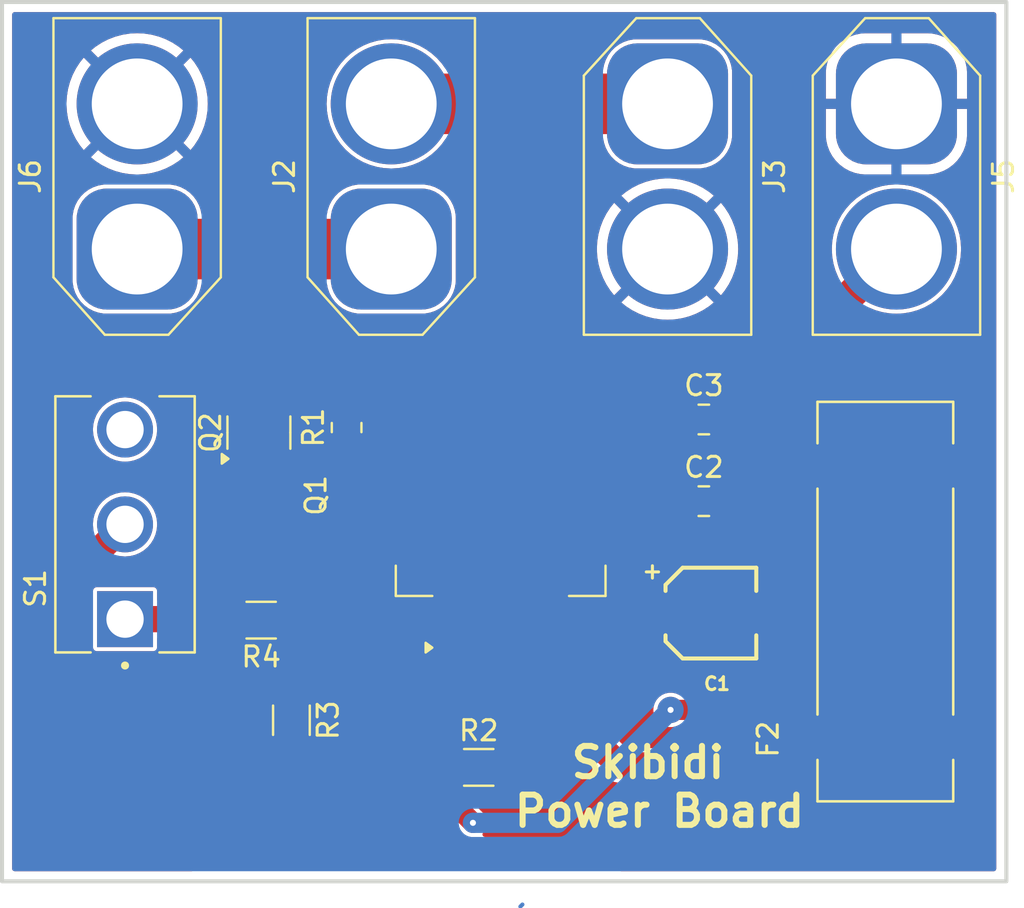
<source format=kicad_pcb>
(kicad_pcb (version 20240108) (generator "pcbnew") (generator_version "8.0")
  (layers (0 "F.Cu" signal) (31 "B.Cu" signal) (34 "B.Paste" user) (35 "F.Paste" user) (36 "B.SilkS" user "B.Silkscreen") (37 "F.SilkS" user "F.Silkscreen") (38 "B.Mask" user) (39 "F.Mask" user) (44 "Edge.Cuts" user))
  (net 0 "")
  (net 1 "GND")
  (net 2 "+48V")
  (net 3 "Net-(Q1-G)")
  (net 4 "+12V")
  (net 5 "Net-(J5-Pin_2)")
  (net 6 "Net-(Q1-S)")
  (net 7 "Net-(J2-Pin_1)")
  (net 8 "Net-(J2-Pin_2)")
  (net 9 "Net-(Q2-D)")
  (net 10 "Net-(Q2-G)")
  (net 11 "Net-(R4-Pad2)")
  (footprint "Connector_AMASS:AMASS_XT60-F_1x02_P7.20mm_Vertical" (layer "F.Cu") (at 180.45 86.5 90)
    (property "Reference" "J6" (at 3.6 -5.3 90) (layer "F.SilkS"))
    (property "Value" "Sparkin")
    (fp_line (start 11.45 -4.15) (end -1.4 -4.15) (stroke (width 0.12)) (layer "F.SilkS"))
    (fp_line (start -1.4 -4.15) (end -4.25 -1.6) (stroke (width 0.12)) (layer "F.SilkS"))
    (fp_line (start -4.25 -1.6) (end -4.25 1.55) (stroke (width 0.12)) (layer "F.SilkS"))
    (fp_line (start -4.25 1.55) (end -1.4 4.15) (stroke (width 0.12)) (layer "F.SilkS"))
    (fp_line (start 11.45 4.15) (end 11.45 -4.15) (stroke (width 0.12)) (layer "F.SilkS"))
    (fp_line (start -1.4 4.15) (end 11.45 4.15) (stroke (width 0.12)) (layer "F.SilkS"))
    (pad "1" thru_hole roundrect (at 0 0 90) (size 6 6) (drill 4.5) (layers "*.Cu" "*.Mask") (net 7 "Net-(J2-Pin_1)"))
    (pad "2" thru_hole circle (at 7.2 0 90) (size 6 6) (drill 4.5) (layers "*.Cu" "*.Mask") (net 1 "GND"))
  )
  (footprint "Package_TO_SOT_SMD:SOT-23-3" (layer "F.Cu") (at 186.4875 95.6 90)
    (property "Reference" "Q2" (at 0 -2.4 90) (layer "F.SilkS"))
    (property "Value" "SQ2318AES-T1_BE3")
    (fp_line (start 0 -1.56) (end 0.8 -1.56) (stroke (width 0.12)) (layer "F.SilkS"))
    (fp_line (start 0 -1.56) (end -0.8 -1.56) (stroke (width 0.12)) (layer "F.SilkS"))
    (fp_line (start 0 1.56) (end 0.8 1.56) (stroke (width 0.12)) (layer "F.SilkS"))
    (fp_line (start 0 1.56) (end -0.8 1.56) (stroke (width 0.12)) (layer "F.SilkS"))
    (fp_poly (pts (xy -1.3 -1.51) (xy -1.54 -1.84) (xy -1.06 -1.84) (xy -1.3 -1.51)) (stroke (width 0.12)) (fill solid) (layer "F.SilkS"))
    (pad "1" smd roundrect (at -1.1375 -0.95 90) (size 1.325 0.6) (layers "F.Cu" "F.Paste" "F.Mask") (net 10 "Net-(Q2-G)"))
    (pad "2" smd roundrect (at -1.1375 0.95 90) (size 1.325 0.6) (layers "F.Cu" "F.Paste" "F.Mask") (net 1 "GND"))
    (pad "3" smd roundrect (at 1.1375 0 90) (size 1.325 0.6) (layers "F.Cu" "F.Paste" "F.Mask") (net 9 "Net-(Q2-D)"))
  )
  (footprint "Package_TO_SOT_SMD:TO-263-2" (layer "F.Cu") (at 198.475 98.875 90)
    (property "Reference" "Q1" (at 0.1625 -9.1625 90) (layer "F.SilkS"))
    (property "Value" "SQM40P10-40L_GE3")
    (fp_line (start -3.325 -5.2) (end -4.825 -5.2) (stroke (width 0.12)) (layer "F.SilkS"))
    (fp_line (start -4.825 -5.2) (end -4.825 -3.39) (stroke (width 0.12)) (layer "F.SilkS"))
    (fp_line (start -3.325 5.2) (end -4.825 5.2) (stroke (width 0.12)) (layer "F.SilkS"))
    (fp_line (start -4.825 5.2) (end -4.825 3.39) (stroke (width 0.12)) (layer "F.SilkS"))
    (fp_poly (pts (xy -7.3875 -3.39) (xy -7.6275 -3.72) (xy -7.1475 -3.72) (xy -7.3875 -3.39)) (stroke (width 0.12)) (fill solid) (layer "F.SilkS"))
    (pad "1" smd roundrect (at -7.65 -2.54 90) (size 4.6 1.1) (layers "F.Cu" "F.Paste" "F.Mask") (roundrect_rratio 0.227273) (net 3 "Net-(Q1-G)"))
    (pad "2" smd roundrect (at -0.925 -2.775 90) (size 4.55 5.25) (layers "F.Cu" "F.Paste") (roundrect_rratio 0.054945) (net 2 "+48V"))
    (pad "2" smd roundrect (at -0.925 2.775 90) (size 4.55 5.25) (layers "F.Cu" "F.Paste") (roundrect_rratio 0.054945) (net 2 "+48V"))
    (pad "2" smd roundrect (at 1.5 0 90) (size 9.4 10.8) (layers "F.Cu" "F.Mask") (roundrect_rratio 0.026596) (net 2 "+48V"))
    (pad "2" smd roundrect (at 3.925 -2.775 90) (size 4.55 5.25) (layers "F.Cu" "F.Paste") (roundrect_rratio 0.054945) (net 2 "+48V"))
    (pad "2" smd roundrect (at 3.925 2.775 90) (size 4.55 5.25) (layers "F.Cu" "F.Paste") (roundrect_rratio 0.054945) (net 2 "+48V"))
    (pad "3" smd roundrect (at -7.65 2.54 90) (size 4.6 1.1) (layers "F.Cu" "F.Paste" "F.Mask") (roundrect_rratio 0.227273) (net 6 "Net-(Q1-S)"))
  )
  (footprint "askibidi:switch" (layer "F.Cu") (at 179.85 100.15 90)
    (property "Reference" "S1" (at -3.175 -4.445 90) (layer "F.SilkS"))
    (property "Value" "1103M2S3CQE2")
    (fp_line (start 6.35 -3.4544) (end 6.35 -1.7075) (stroke (width 0.127)) (layer "F.SilkS"))
    (fp_line (start -6.35 -3.4544) (end 6.35 -3.4544) (stroke (width 0.127)) (layer "F.SilkS"))
    (fp_line (start -6.35 -1.7075) (end -6.35 -3.4544) (stroke (width 0.127)) (layer "F.SilkS"))
    (fp_line (start 6.35 3.4544) (end 6.35 1.7075) (stroke (width 0.127)) (layer "F.SilkS"))
    (fp_line (start 6.35 3.4544) (end -6.35 3.4544) (stroke (width 0.127)) (layer "F.SilkS"))
    (fp_line (start -6.35 3.4544) (end -6.35 1.7075) (stroke (width 0.127)) (layer "F.SilkS"))
    (fp_circle (center -7 0) (end -6.9 0) (stroke (width 0.2)) (fill none) (layer "F.SilkS"))
    (pad "1" thru_hole rect (at -4.7 0 90) (size 2.775 2.775) (drill 1.85) (layers "*.Cu" "*.Mask") (net 11 "Net-(R4-Pad2)"))
    (pad "2" thru_hole circle (at 0 0 90) (size 2.775 2.775) (drill 1.85) (layers "*.Cu" "*.Mask") (net 6 "Net-(Q1-S)"))
    (pad "3" thru_hole circle (at 4.7 0 90) (size 2.775 2.775) (drill 1.85) (layers "*.Cu" "*.Mask"))
  )
  (footprint "Capacitor_SMD:C_0805_2012Metric" (layer "F.Cu") (at 208.55 94.95)
    (property "Reference" "C3" (at 0 -1.68 360) (layer "F.SilkS"))
    (property "Value" "1uF")
    (fp_line (start -0.261252 -0.735) (end 0.261252 -0.735) (stroke (width 0.12)) (layer "F.SilkS"))
    (fp_line (start -0.261252 0.735) (end 0.261252 0.735) (stroke (width 0.12)) (layer "F.SilkS"))
    (pad "1" smd roundrect (at -0.95 0) (size 1 1.45) (layers "F.Cu" "F.Paste" "F.Mask") (net 2 "+48V"))
    (pad "2" smd roundrect (at 0.95 0) (size 1 1.45) (layers "F.Cu" "F.Paste" "F.Mask") (net 3 "Net-(Q1-G)"))
  )
  (footprint "askibidi:Fusemount" (layer "F.Cu") (at 217.55 103.98 90)
    (property "Reference" "F2" (at -6.825 -5.815 90) (layer "F.SilkS"))
    (property "Value" "Fusemount")
    (fp_line (start 9.905 -3.365) (end 9.905 3.365) (stroke (width 0.127)) (layer "F.SilkS"))
    (fp_line (start 7.85 -3.365) (end 9.905 -3.365) (stroke (width 0.127)) (layer "F.SilkS"))
    (fp_line (start -5.6 -3.365) (end 5.6 -3.365) (stroke (width 0.127)) (layer "F.SilkS"))
    (fp_line (start -7.85 -3.365) (end -9.905 -3.365) (stroke (width 0.127)) (layer "F.SilkS"))
    (fp_line (start -9.905 -3.365) (end -9.905 3.365) (stroke (width 0.127)) (layer "F.SilkS"))
    (fp_line (start 7.85 3.365) (end 9.905 3.365) (stroke (width 0.127)) (layer "F.SilkS"))
    (fp_line (start 5.6 3.365) (end -5.6 3.365) (stroke (width 0.127)) (layer "F.SilkS"))
    (fp_line (start -7.85 3.365) (end -9.905 3.365) (stroke (width 0.127)) (layer "F.SilkS"))
    (pad "1_1" smd rect (at -6.73 -3.16 90) (size 1.57 2.82) (layers "F.Cu" "F.Paste" "F.Mask") (net 6 "Net-(Q1-S)"))
    (pad "1_2" smd rect (at -6.73 3.16 90) (size 1.57 2.82) (layers "F.Cu" "F.Paste" "F.Mask"))
    (pad "2_1" smd rect (at 6.73 -3.16 90) (size 1.57 2.82) (layers "F.Cu" "F.Paste" "F.Mask") (net 5 "Net-(J5-Pin_2)"))
    (pad "2_2" smd rect (at 6.73 3.16 90) (size 1.57 2.82) (layers "F.Cu" "F.Paste" "F.Mask"))
  )
  (footprint "Resistor_SMD:R_1206_3216Metric" (layer "F.Cu") (at 186.6 104.9 180)
    (property "Reference" "R4" (at 0 -1.82 0) (layer "F.SilkS"))
    (property "Value" "10k")
    (fp_line (start -0.727064 0.91) (end 0.727064 0.91) (stroke (width 0.12)) (layer "F.SilkS"))
    (fp_line (start -0.727064 -0.91) (end 0.727064 -0.91) (stroke (width 0.12)) (layer "F.SilkS"))
    (pad "1" smd roundrect (at -1.4625 0 180) (size 1.125 1.75) (layers "F.Cu" "F.Paste" "F.Mask") (roundrect_rratio 0.222222) (net 10 "Net-(Q2-G)"))
    (pad "2" smd roundrect (at 1.4625 0 180) (size 1.125 1.75) (layers "F.Cu" "F.Paste" "F.Mask") (roundrect_rratio 0.222222) (net 11 "Net-(R4-Pad2)"))
  )
  (footprint "Resistor_SMD:R_0805_2012Metric" (layer "F.Cu") (at 190.8375 95.35 90)
    (property "Reference" "R1" (at 0 -1.65 90) (layer "F.SilkS"))
    (property "Value" "15k")
    (fp_line (start -0.227064 -0.735) (end 0.227064 -0.735) (stroke (width 0.12)) (layer "F.SilkS"))
    (fp_line (start -0.227064 0.735) (end 0.227064 0.735) (stroke (width 0.12)) (layer "F.SilkS"))
    (pad "1" smd roundrect (at -0.9125 0 90) (size 1.025 1.4) (layers "F.Cu" "F.Paste" "F.Mask") (roundrect_rratio 0.243902) (net 3 "Net-(Q1-G)"))
    (pad "2" smd roundrect (at 0.9125 0 90) (size 1.025 1.4) (layers "F.Cu" "F.Paste" "F.Mask") (roundrect_rratio 0.243902) (net 9 "Net-(Q2-D)"))
  )
  (footprint "Connector_AMASS:AMASS_XT60-F_1x02_P7.20mm_Vertical" (layer "F.Cu") (at 193.05 86.5 90)
    (property "Reference" "J2" (at 3.6 -5.3 90) (layer "F.SilkS"))
    (property "Value" "Bat2")
    (fp_line (start 11.45 -4.15) (end -1.4 -4.15) (stroke (width 0.12)) (layer "F.SilkS"))
    (fp_line (start -1.4 -4.15) (end -4.25 -1.6) (stroke (width 0.12)) (layer "F.SilkS"))
    (fp_line (start -4.25 -1.6) (end -4.25 1.55) (stroke (width 0.12)) (layer "F.SilkS"))
    (fp_line (start -4.25 1.55) (end -1.4 4.15) (stroke (width 0.12)) (layer "F.SilkS"))
    (fp_line (start 11.45 4.15) (end 11.45 -4.15) (stroke (width 0.12)) (layer "F.SilkS"))
    (fp_line (start -1.4 4.15) (end 11.45 4.15) (stroke (width 0.12)) (layer "F.SilkS"))
    (pad "1" thru_hole roundrect (at 0 0 90) (size 6 6) (drill 4.5) (layers "*.Cu" "*.Mask") (net 7 "Net-(J2-Pin_1)"))
    (pad "2" thru_hole circle (at 7.2 0 90) (size 6 6) (drill 4.5) (layers "*.Cu" "*.Mask") (net 8 "Net-(J2-Pin_2)"))
  )
  (footprint "Capacitor_SMD:C_0805_2012Metric" (layer "F.Cu") (at 208.55 99)
    (property "Reference" "C2" (at 0 -1.68 0) (layer "F.SilkS"))
    (property "Value" "1uF")
    (fp_line (start -0.261252 -0.735) (end 0.261252 -0.735) (stroke (width 0.12)) (layer "F.SilkS"))
    (fp_line (start -0.261252 0.735) (end 0.261252 0.735) (stroke (width 0.12)) (layer "F.SilkS"))
    (pad "1" smd roundrect (at -0.95 0) (size 1 1.45) (layers "F.Cu" "F.Paste" "F.Mask") (net 2 "+48V"))
    (pad "2" smd roundrect (at 0.95 0) (size 1 1.45) (layers "F.Cu" "F.Paste" "F.Mask") (net 1 "GND"))
  )
  (footprint "Connector_AMASS:AMASS_XT60-F_1x02_P7.20mm_Vertical" (layer "F.Cu") (at 218.1 79.3 -90)
    (property "Reference" "J5" (at 3.6 -5.3 90) (layer "F.SilkS"))
    (property "Value" "Sparkout 48V")
    (fp_line (start -1.4 4.15) (end 11.45 4.15) (stroke (width 0.12)) (layer "F.SilkS"))
    (fp_line (start 11.45 4.15) (end 11.45 -4.15) (stroke (width 0.12)) (layer "F.SilkS"))
    (fp_line (start -4.25 1.55) (end -1.4 4.15) (stroke (width 0.12)) (layer "F.SilkS"))
    (fp_line (start -4.25 -1.6) (end -4.25 1.55) (stroke (width 0.12)) (layer "F.SilkS"))
    (fp_line (start -1.4 -4.15) (end -4.25 -1.6) (stroke (width 0.12)) (layer "F.SilkS"))
    (fp_line (start 11.45 -4.15) (end -1.4 -4.15) (stroke (width 0.12)) (layer "F.SilkS"))
    (pad "1" thru_hole roundrect (at 0 0 270) (size 6 6) (drill 4.5) (layers "*.Cu" "*.Mask") (net 1 "GND"))
    (pad "2" thru_hole circle (at 7.2 0 270) (size 6 6) (drill 4.5) (layers "*.Cu" "*.Mask") (net 5 "Net-(J5-Pin_2)"))
  )
  (footprint "Resistor_SMD:R_1206_3216Metric" (layer "F.Cu") (at 197.3875 112.2)
    (property "Reference" "R2" (at 0 -1.82 0) (layer "F.SilkS"))
    (property "Value" "10k")
    (fp_line (start -0.727064 -0.91) (end 0.727064 -0.91) (stroke (width 0.12)) (layer "F.SilkS"))
    (fp_line (start -0.727064 0.91) (end 0.727064 0.91) (stroke (width 0.12)) (layer "F.SilkS"))
    (pad "1" smd roundrect (at -1.4625 0) (size 1.125 1.75) (layers "F.Cu" "F.Paste" "F.Mask") (roundrect_rratio 0.222222) (net 3 "Net-(Q1-G)"))
    (pad "2" smd roundrect (at 1.4625 0) (size 1.125 1.75) (layers "F.Cu" "F.Paste" "F.Mask") (roundrect_rratio 0.222222) (net 6 "Net-(Q1-S)"))
  )
  (footprint "Resistor_SMD:R_1206_3216Metric" (layer "F.Cu") (at 188.1 109.8625 -90)
    (property "Reference" "R3" (at 0 -1.82 90) (layer "F.SilkS"))
    (property "Value" "10k")
    (fp_line (start -0.727064 0.91) (end 0.727064 0.91) (stroke (width 0.12)) (layer "F.SilkS"))
    (fp_line (start -0.727064 -0.91) (end 0.727064 -0.91) (stroke (width 0.12)) (layer "F.SilkS"))
    (pad "1" smd roundrect (at -1.4625 0 270) (size 1.125 1.75) (layers "F.Cu" "F.Paste" "F.Mask") (roundrect_rratio 0.222222) (net 10 "Net-(Q2-G)"))
    (pad "2" smd roundrect (at 1.4625 0 270) (size 1.125 1.75) (layers "F.Cu" "F.Paste" "F.Mask") (roundrect_rratio 0.222222) (net 1 "GND"))
  )
  (footprint "Connector_AMASS:AMASS_XT60-F_1x02_P7.20mm_Vertical" (layer "F.Cu") (at 206.75 79.3 -90)
    (property "Reference" "J3" (at 3.6 -5.3 90) (layer "F.SilkS"))
    (property "Value" "Bat1")
    (fp_line (start -1.4 4.15) (end 11.45 4.15) (stroke (width 0.12)) (layer "F.SilkS"))
    (fp_line (start 11.45 4.15) (end 11.45 -4.15) (stroke (width 0.12)) (layer "F.SilkS"))
    (fp_line (start -4.25 1.55) (end -1.4 4.15) (stroke (width 0.12)) (layer "F.SilkS"))
    (fp_line (start -4.25 -1.6) (end -4.25 1.55) (stroke (width 0.12)) (layer "F.SilkS"))
    (fp_line (start -1.4 -4.15) (end -4.25 -1.6) (stroke (width 0.12)) (layer "F.SilkS"))
    (fp_line (start 11.45 -4.15) (end -1.4 -4.15) (stroke (width 0.12)) (layer "F.SilkS"))
    (pad "1" thru_hole roundrect (at 0 0 270) (size 6 6) (drill 4.5) (layers "*.Cu" "*.Mask") (net 8 "Net-(J2-Pin_2)"))
    (pad "2" thru_hole circle (at 7.2 0 270) (size 6 6) (drill 4.5) (layers "*.Cu" "*.Mask") (net 1 "GND"))
  )
  (footprint "askibidi:10uF" (layer "F.Cu") (at 208.9 104.55 180)
    (property "Reference" "C1" (at -0.3 -3.5064 0) (layer "F.SilkS") (effects (font (size 0.64 0.64))))
    (property "Value" "10uF")
    (fp_line (start 2.25 1.4) (end 2.25 1.1) (stroke (width 0.2)) (layer "F.SilkS"))
    (fp_line (start 2.25 -1.4) (end 2.25 -1.1) (stroke (width 0.2)) (layer "F.SilkS"))
    (fp_line (start 1.4 2.25) (end 2.25 1.4) (stroke (width 0.2)) (layer "F.SilkS"))
    (fp_line (start 1.4 -2.25) (end 2.25 -1.4) (stroke (width 0.2)) (layer "F.SilkS"))
    (fp_line (start -2.25 2.25) (end 1.4 2.25) (stroke (width 0.2)) (layer "F.SilkS"))
    (fp_line (start -2.25 2.25) (end -2.25 1.1) (stroke (width 0.2)) (layer "F.SilkS"))
    (fp_line (start -2.25 -2.25) (end 1.4 -2.25) (stroke (width 0.2)) (layer "F.SilkS"))
    (fp_line (start -2.25 -2.25) (end -2.25 -1.1) (stroke (width 0.2)) (layer "F.SilkS"))
    (fp_text user "+" (at 2.9 2.1 0) (layer "F.SilkS") (effects (font (size 0.8 0.8))))
    (pad "1" smd rect (at 1.8 0 180) (size 2.6 1.6) (layers "F.Cu" "F.Paste" "F.Mask") (net 2 "+48V"))
    (pad "2" smd rect (at -1.8 0 180) (size 2.6 1.6) (layers "F.Cu" "F.Paste" "F.Mask") (net 1 "GND"))
  )
  (gr_rect (start 173.75 74.25) (end 223.55 117.85) (stroke (width 0.2)) (fill none) (layer "Edge.Cuts"))
  (gr_text "Skibidi \nPower Board" (at 206.35 115.25 0) (layer "F.SilkS") (effects (font (size 1.5 1.5) (thickness 0.3) (bold yes)) (justify bottom)))
  (segment (start 207.05 104.5) (end 207.1 104.55) (width 1) (layer "F.Cu") (net 2))
  (segment (start 201.25 94.95) (end 207.6 94.95) (width 1) (layer "F.Cu") (net 2))
  (segment (start 207.6 94.95) (end 207.6 99) (width 1) (layer "F.Cu") (net 2))
  (segment (start 207.05 99.55) (end 207.05 104.5) (width 1) (layer "F.Cu") (net 2))
  (segment (start 207.6 99) (end 207.05 99.55) (width 1) (layer "F.Cu") (net 2))
  (segment (start 214.05 106.35) (end 214.05 101.47457) (width 1) (layer "F.Cu") (net 3))
  (segment (start 214.05 101.47457) (end 211.25 98.67457) (width 1) (layer "F.Cu") (net 3))
  (segment (start 195.925 113.775) (end 195.925 110.65) (width 1) (layer "F.Cu") (net 3))
  (segment (start 211.25 98.67457) (end 211.25 96.7) (width 1) (layer "F.Cu") (net 3))
  (segment (start 190.8375 96.2625) (end 190.8 96.3) (width 1) (layer "F.Cu") (net 3))
  (segment (start 195.91 106.55) (end 195.935 106.525) (width 0.2) (layer "F.Cu") (net 3))
  (segment (start 197.1 114.95) (end 195.925 113.775) (width 1) (layer "F.Cu") (net 3))
  (segment (start 195.925 109.4) (end 195.925 107.425) (width 1.2) (layer "F.Cu") (net 3))
  (segment (start 206.9 109.35) (end 211.05 109.35) (width 1) (layer "F.Cu") (net 3))
  (segment (start 195.925 110.65) (end 195.925 109.4) (width 1.2) (layer "F.Cu") (net 3))
  (segment (start 211.25 96.7) (end 209.5 94.95) (width 1) (layer "F.Cu") (net 3))
  (segment (start 193.05 109.55) (end 195.775 109.55) (width 1) (layer "F.Cu") (net 3))
  (segment (start 195.775 109.55) (end 195.925 109.4) (width 1) (layer "F.Cu") (net 3))
  (segment (start 190.8 96.3) (end 190.8 107.3) (width 1) (layer "F.Cu") (net 3))
  (segment (start 195.925 112.2) (end 195.925 110.65) (width 1.2) (layer "F.Cu") (net 3))
  (segment (start 190.8 107.3) (end 193.05 109.55) (width 1) (layer "F.Cu") (net 3))
  (segment (start 211.05 109.35) (end 214.05 106.35) (width 1) (layer "F.Cu") (net 3))
  (via (at 206.9 109.35) (size 1.3) (drill 0.3) (layers "F.Cu" "B.Cu") (net 3))
  (via (at 197.1 114.95) (size 1) (drill 0.3) (layers "F.Cu" "B.Cu") (net 3))
  (segment (start 197.1 114.95) (end 201.3 114.95) (width 1) (layer "B.Cu") (net 3))
  (segment (start 201.3 114.95) (end 206.9 109.35) (width 1) (layer "B.Cu") (net 3))
  (segment (start 199.554 119) (end 199.452 119.102) (width 0.2) (layer "B.Cu") (net 4))
  (segment (start 214.39 97.25) (end 214.39 90.21) (width 1.5) (layer "F.Cu") (net 5))
  (segment (start 214.39 90.21) (end 218.1 86.5) (width 1.5) (layer "F.Cu") (net 5))
  (segment (start 208.2 112.1) (end 203.8 116.5) (width 1.3) (layer "F.Cu") (net 6))
  (segment (start 201.015 110.035) (end 198.85 112.2) (width 1.3) (layer "F.Cu") (net 6))
  (segment (start 201.015 106.525) (end 201.015 108.765) (width 1.3) (layer "F.Cu") (net 6))
  (segment (start 201.015 106.525) (end 201.015 110.035) (width 1.3) (layer "F.Cu") (net 6))
  (segment (start 203.8 116.5) (end 183.8 116.5) (width 1.3) (layer "F.Cu") (net 6))
  (segment (start 183.8 116.5) (end 176.35 109.05) (width 1.3) (layer "F.Cu") (net 6))
  (segment (start 176.35 103.65) (end 179.85 100.15) (width 1.3) (layer "F.Cu") (net 6))
  (segment (start 204.35 112.1) (end 212.09 112.1) (width 1.3) (layer "F.Cu") (net 6))
  (segment (start 201.015 108.765) (end 204.35 112.1) (width 1.3) (layer "F.Cu") (net 6))
  (segment (start 212.09 112.1) (end 208.2 112.1) (width 1.3) (layer "F.Cu") (net 6))
  (segment (start 176.35 109.05) (end 176.35 103.65) (width 1.3) (layer "F.Cu") (net 6))
  (segment (start 212.09 112.1) (end 213.48 110.71) (width 1.3) (layer "F.Cu") (net 6))
  (segment (start 193.05 86.5) (end 180.45 86.5) (width 3) (layer "F.Cu") (net 7))
  (segment (start 193.05 79.3) (end 206.75 79.3) (width 3) (layer "F.Cu") (net 8))
  (segment (start 186.4875 94.4625) (end 190.8125 94.4625) (width 1) (layer "F.Cu") (net 9))
  (segment (start 190.8125 94.4625) (end 190.8375 94.4375) (width 0.2) (layer "F.Cu") (net 9))
  (segment (start 188.0625 102.0625) (end 185.5375 99.5375) (width 1) (layer "F.Cu") (net 10))
  (segment (start 188.1 106.95) (end 188.0625 106.9125) (width 1.2) (layer "F.Cu") (net 10))
  (segment (start 188.1125 104.95) (end 188.0625 104.9) (width 0.2) (layer "F.Cu") (net 10))
  (segment (start 188.1 108.4) (end 188.1 106.95) (width 1.2) (layer "F.Cu") (net 10))
  (segment (start 188.0625 106.9125) (end 188.0625 104.9) (width 1.2) (layer "F.Cu") (net 10))
  (segment (start 188.0625 104.9) (end 188.0625 102.0625) (width 1) (layer "F.Cu") (net 10))
  (segment (start 185.5375 99.5375) (end 185.5375 96.7375) (width 1) (layer "F.Cu") (net 10))
  (segment (start 183.25 104.9) (end 183.2 104.85) (width 1.3) (layer "F.Cu") (net 11))
  (segment (start 185.1375 104.9) (end 183.25 104.9) (width 1.3) (layer "F.Cu") (net 11))
  (segment (start 183.2 104.85) (end 179.85 104.85) (width 1.3) (layer "F.Cu") (net 11))
  (zone (net 1) (net_name "GND") (layers "F&B.Cu") (connect_pads (clearance 0)) (min_thickness 0.25) (fill yes (thermal_gap 0.5) (thermal_bridge_width 0.5))
    (polygon (pts (xy 173.75 74.25) (xy 223.55 74.25) (xy 223.65 117.85) (xy 173.85 117.85)))
  )
)
</source>
